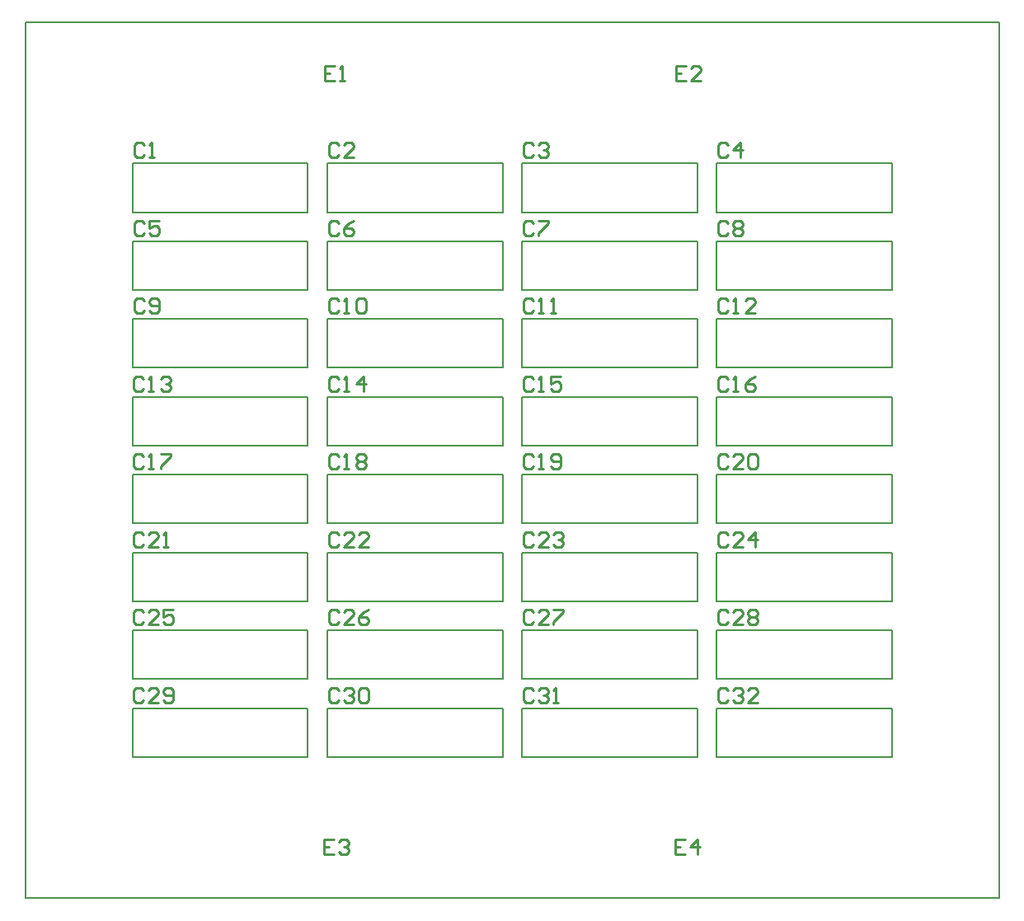
<source format=gto>
G04 Layer_Color=65535*
%FSLAX25Y25*%
%MOIN*%
G70*
G01*
G75*
%ADD11C,0.00787*%
%ADD19C,0.01000*%
D11*
X279528Y-100394D02*
X350394D01*
X279528Y-120079D02*
X350394D01*
X279528D02*
Y-100394D01*
X350394Y-120079D02*
Y-100394D01*
X200787D02*
X271654D01*
X200787Y-120079D02*
X271654D01*
X200787D02*
Y-100394D01*
X271654Y-120079D02*
Y-100394D01*
X122047D02*
X192913D01*
X122047Y-120079D02*
X192913D01*
X122047D02*
Y-100394D01*
X192913Y-120079D02*
Y-100394D01*
X43307D02*
X114173D01*
X43307Y-120079D02*
X114173D01*
X43307D02*
Y-100394D01*
X114173Y-120079D02*
Y-100394D01*
X279528Y-68898D02*
X350394D01*
X279528Y-88583D02*
X350394D01*
X279528D02*
Y-68898D01*
X350394Y-88583D02*
Y-68898D01*
X200787D02*
X271654D01*
X200787Y-88583D02*
X271654D01*
X200787D02*
Y-68898D01*
X271654Y-88583D02*
Y-68898D01*
X122047D02*
X192913D01*
X122047Y-88583D02*
X192913D01*
X122047D02*
Y-68898D01*
X192913Y-88583D02*
Y-68898D01*
X43307D02*
X114173D01*
X43307Y-88583D02*
X114173D01*
X43307D02*
Y-68898D01*
X114173Y-88583D02*
Y-68898D01*
X279528Y-37402D02*
X350394D01*
X279528Y-57087D02*
X350394D01*
X279528D02*
Y-37402D01*
X350394Y-57087D02*
Y-37402D01*
X200787D02*
X271654D01*
X200787Y-57087D02*
X271654D01*
X200787D02*
Y-37402D01*
X271654Y-57087D02*
Y-37402D01*
X122047D02*
X192913D01*
X122047Y-57087D02*
X192913D01*
X122047D02*
Y-37402D01*
X192913Y-57087D02*
Y-37402D01*
X43307D02*
X114173D01*
X43307Y-57087D02*
X114173D01*
X43307D02*
Y-37402D01*
X114173Y-57087D02*
Y-37402D01*
X279528Y-5906D02*
X350394D01*
X279528Y-25591D02*
X350394D01*
X279528D02*
Y-5906D01*
X350394Y-25591D02*
Y-5906D01*
X200787Y-5906D02*
X271654D01*
X200787Y-25591D02*
X271654D01*
X200787D02*
Y-5906D01*
X271654Y-25591D02*
Y-5906D01*
X122047D02*
X192913D01*
X122047Y-25591D02*
X192913D01*
X122047D02*
Y-5906D01*
X192913Y-25591D02*
Y-5906D01*
X43307Y-5906D02*
X114173D01*
X43307Y-25591D02*
X114173D01*
X43307D02*
Y-5906D01*
X114173Y-25591D02*
Y-5906D01*
X279528Y25591D02*
X350394D01*
X279528Y5906D02*
X350394D01*
X279528D02*
Y25591D01*
X350394Y5906D02*
Y25591D01*
X200787D02*
X271654D01*
X200787Y5906D02*
X271654D01*
X200787D02*
Y25591D01*
X271654Y5906D02*
Y25591D01*
X122047D02*
X192913D01*
X122047Y5906D02*
X192913D01*
X122047D02*
Y25591D01*
X192913Y5906D02*
Y25591D01*
X43307D02*
X114173D01*
X43307Y5906D02*
X114173D01*
X43307D02*
Y25591D01*
X114173Y5906D02*
Y25591D01*
X279528Y57087D02*
X350394D01*
X279528Y37402D02*
X350394D01*
X279528D02*
Y57087D01*
X350394Y37402D02*
Y57087D01*
X200787D02*
X271654D01*
X200787Y37402D02*
X271654D01*
X200787D02*
Y57087D01*
X271654Y37402D02*
Y57087D01*
X122047D02*
X192913D01*
X122047Y37402D02*
X192913D01*
X122047D02*
Y57087D01*
X192913Y37402D02*
Y57087D01*
X43307D02*
X114173D01*
X43307Y37402D02*
X114173D01*
X43307D02*
Y57087D01*
X114173Y37402D02*
Y57087D01*
X279528Y88583D02*
X350394D01*
X279528Y68898D02*
X350394D01*
X279528D02*
Y88583D01*
X350394Y68898D02*
Y88583D01*
X200787D02*
X271654D01*
X200787Y68898D02*
X271654D01*
X200787D02*
Y88583D01*
X271654Y68898D02*
Y88583D01*
X122047D02*
X192913D01*
X122047Y68898D02*
X192913D01*
X122047D02*
Y88583D01*
X192913Y68898D02*
Y88583D01*
X43307D02*
X114173D01*
X43307Y68898D02*
X114173D01*
X43307D02*
Y88583D01*
X114173Y68898D02*
Y88583D01*
X279528Y120079D02*
X350394D01*
X279528Y100394D02*
X350394D01*
X279528D02*
Y120079D01*
X350394Y100394D02*
Y120079D01*
X200787D02*
X271654D01*
X200787Y100394D02*
X271654D01*
X200787D02*
Y120079D01*
X271654Y100394D02*
Y120079D01*
X122047D02*
X192913D01*
X122047Y100394D02*
X192913D01*
X122047D02*
Y120079D01*
X192913Y100394D02*
Y120079D01*
X43307Y120079D02*
X114173D01*
X43307Y100394D02*
X114173D01*
X43307D02*
Y120079D01*
X114173Y100394D02*
Y120079D01*
X0Y-177165D02*
X393701D01*
X0D02*
Y177165D01*
X393701Y-177165D02*
Y177165D01*
X0D02*
X393701D01*
D19*
X125062Y159541D02*
X121063D01*
Y153543D01*
X125062D01*
X121063Y156542D02*
X123062D01*
X127061Y153543D02*
X129060D01*
X128061D01*
Y159541D01*
X127061Y158542D01*
X266794Y-153451D02*
X262795D01*
Y-159449D01*
X266794D01*
X262795Y-156450D02*
X264795D01*
X271792Y-159449D02*
Y-153451D01*
X268793Y-156450D01*
X272792D01*
X266911Y159519D02*
X262912D01*
Y153521D01*
X266911D01*
X262912Y156520D02*
X264911D01*
X272909Y153521D02*
X268910D01*
X272909Y157520D01*
Y158520D01*
X271909Y159519D01*
X269910D01*
X268910Y158520D01*
X124811Y-153481D02*
X120812D01*
Y-159479D01*
X124811D01*
X120812Y-156480D02*
X122811D01*
X126810Y-154480D02*
X127810Y-153481D01*
X129809D01*
X130809Y-154480D01*
Y-155480D01*
X129809Y-156480D01*
X128809D01*
X129809D01*
X130809Y-157479D01*
Y-158479D01*
X129809Y-159479D01*
X127810D01*
X126810Y-158479D01*
X47910Y127450D02*
X46911Y128450D01*
X44912D01*
X43912Y127450D01*
Y123452D01*
X44912Y122452D01*
X46911D01*
X47910Y123452D01*
X49910Y122452D02*
X51909D01*
X50910D01*
Y128450D01*
X49910Y127450D01*
X126614Y127461D02*
X125615Y128461D01*
X123615D01*
X122616Y127461D01*
Y123463D01*
X123615Y122463D01*
X125615D01*
X126614Y123463D01*
X132613Y122463D02*
X128614D01*
X132613Y126462D01*
Y127461D01*
X131613Y128461D01*
X129613D01*
X128614Y127461D01*
X205336D02*
X204337Y128461D01*
X202338D01*
X201338Y127461D01*
Y123463D01*
X202338Y122463D01*
X204337D01*
X205336Y123463D01*
X207336Y127461D02*
X208335Y128461D01*
X210335D01*
X211335Y127461D01*
Y126462D01*
X210335Y125462D01*
X209335D01*
X210335D01*
X211335Y124462D01*
Y123463D01*
X210335Y122463D01*
X208335D01*
X207336Y123463D01*
X284140Y127532D02*
X283141Y128532D01*
X281141D01*
X280142Y127532D01*
Y123534D01*
X281141Y122534D01*
X283141D01*
X284140Y123534D01*
X289139Y122534D02*
Y128532D01*
X286140Y125533D01*
X290139D01*
X47922Y95961D02*
X46922Y96961D01*
X44923D01*
X43923Y95961D01*
Y91963D01*
X44923Y90963D01*
X46922D01*
X47922Y91963D01*
X53920Y96961D02*
X49921D01*
Y93962D01*
X51920Y94962D01*
X52920D01*
X53920Y93962D01*
Y91963D01*
X52920Y90963D01*
X50921D01*
X49921Y91963D01*
X126611Y95976D02*
X125611Y96976D01*
X123611D01*
X122612Y95976D01*
Y91978D01*
X123611Y90978D01*
X125611D01*
X126611Y91978D01*
X132609Y96976D02*
X130609Y95976D01*
X128610Y93977D01*
Y91978D01*
X129610Y90978D01*
X131609D01*
X132609Y91978D01*
Y92977D01*
X131609Y93977D01*
X128610D01*
X205347Y95950D02*
X204348Y96950D01*
X202348D01*
X201349Y95950D01*
Y91952D01*
X202348Y90952D01*
X204348D01*
X205347Y91952D01*
X207347Y96950D02*
X211346D01*
Y95950D01*
X207347Y91952D01*
Y90952D01*
X284085Y96009D02*
X283085Y97009D01*
X281085D01*
X280086Y96009D01*
Y92011D01*
X281085Y91011D01*
X283085D01*
X284085Y92011D01*
X286084Y96009D02*
X287084Y97009D01*
X289083D01*
X290083Y96009D01*
Y95010D01*
X289083Y94010D01*
X290083Y93010D01*
Y92011D01*
X289083Y91011D01*
X287084D01*
X286084Y92011D01*
Y93010D01*
X287084Y94010D01*
X286084Y95010D01*
Y96009D01*
X287084Y94010D02*
X289083D01*
X47922Y64513D02*
X46922Y65513D01*
X44923D01*
X43923Y64513D01*
Y60515D01*
X44923Y59515D01*
X46922D01*
X47922Y60515D01*
X49921D02*
X50921Y59515D01*
X52920D01*
X53920Y60515D01*
Y64513D01*
X52920Y65513D01*
X50921D01*
X49921Y64513D01*
Y63514D01*
X50921Y62514D01*
X53920D01*
X126644Y64509D02*
X125645Y65509D01*
X123645D01*
X122646Y64509D01*
Y60511D01*
X123645Y59511D01*
X125645D01*
X126644Y60511D01*
X128644Y59511D02*
X130643D01*
X129643D01*
Y65509D01*
X128644Y64509D01*
X133642D02*
X134642Y65509D01*
X136641D01*
X137641Y64509D01*
Y60511D01*
X136641Y59511D01*
X134642D01*
X133642Y60511D01*
Y64509D01*
X205377Y64535D02*
X204378Y65535D01*
X202378D01*
X201379Y64535D01*
Y60537D01*
X202378Y59537D01*
X204378D01*
X205377Y60537D01*
X207377Y59537D02*
X209376D01*
X208377D01*
Y65535D01*
X207377Y64535D01*
X212375Y59537D02*
X214374D01*
X213375D01*
Y65535D01*
X212375Y64535D01*
X284088Y64472D02*
X283089Y65472D01*
X281089D01*
X280090Y64472D01*
Y60474D01*
X281089Y59474D01*
X283089D01*
X284088Y60474D01*
X286088Y59474D02*
X288087D01*
X287087D01*
Y65472D01*
X286088Y64472D01*
X295085Y59474D02*
X291086D01*
X295085Y63473D01*
Y64472D01*
X294085Y65472D01*
X292086D01*
X291086Y64472D01*
X47897Y33042D02*
X46898Y34042D01*
X44898D01*
X43898Y33042D01*
Y29044D01*
X44898Y28044D01*
X46898D01*
X47897Y29044D01*
X49896Y28044D02*
X51896D01*
X50896D01*
Y34042D01*
X49896Y33042D01*
X54895D02*
X55895Y34042D01*
X57894D01*
X58894Y33042D01*
Y32043D01*
X57894Y31043D01*
X56894D01*
X57894D01*
X58894Y30044D01*
Y29044D01*
X57894Y28044D01*
X55895D01*
X54895Y29044D01*
X126666Y33042D02*
X125666Y34042D01*
X123667D01*
X122667Y33042D01*
Y29044D01*
X123667Y28044D01*
X125666D01*
X126666Y29044D01*
X128665Y28044D02*
X130664D01*
X129665D01*
Y34042D01*
X128665Y33042D01*
X136662Y28044D02*
Y34042D01*
X133663Y31043D01*
X137662D01*
X205336Y32950D02*
X204337Y33950D01*
X202338D01*
X201338Y32950D01*
Y28952D01*
X202338Y27952D01*
X204337D01*
X205336Y28952D01*
X207336Y27952D02*
X209335D01*
X208335D01*
Y33950D01*
X207336Y32950D01*
X216333Y33950D02*
X212334D01*
Y30951D01*
X214334Y31951D01*
X215333D01*
X216333Y30951D01*
Y28952D01*
X215333Y27952D01*
X213334D01*
X212334Y28952D01*
X284096Y32998D02*
X283096Y33998D01*
X281097D01*
X280097Y32998D01*
Y29000D01*
X281097Y28000D01*
X283096D01*
X284096Y29000D01*
X286095Y28000D02*
X288094D01*
X287095D01*
Y33998D01*
X286095Y32998D01*
X295092Y33998D02*
X293093Y32998D01*
X291093Y30999D01*
Y29000D01*
X292093Y28000D01*
X294092D01*
X295092Y29000D01*
Y29999D01*
X294092Y30999D01*
X291093D01*
X47905Y1510D02*
X46905Y2510D01*
X44906D01*
X43906Y1510D01*
Y-2489D01*
X44906Y-3488D01*
X46905D01*
X47905Y-2489D01*
X49904Y-3488D02*
X51904D01*
X50904D01*
Y2510D01*
X49904Y1510D01*
X54903Y2510D02*
X58901D01*
Y1510D01*
X54903Y-2489D01*
Y-3488D01*
X126642Y1510D02*
X125642Y2510D01*
X123643D01*
X122643Y1510D01*
Y-2489D01*
X123643Y-3488D01*
X125642D01*
X126642Y-2489D01*
X128641Y-3488D02*
X130641D01*
X129641D01*
Y2510D01*
X128641Y1510D01*
X133640D02*
X134639Y2510D01*
X136639D01*
X137638Y1510D01*
Y510D01*
X136639Y-489D01*
X137638Y-1489D01*
Y-2489D01*
X136639Y-3488D01*
X134639D01*
X133640Y-2489D01*
Y-1489D01*
X134639Y-489D01*
X133640Y510D01*
Y1510D01*
X134639Y-489D02*
X136639D01*
X205379Y1510D02*
X204379Y2510D01*
X202380D01*
X201380Y1510D01*
Y-2489D01*
X202380Y-3488D01*
X204379D01*
X205379Y-2489D01*
X207378Y-3488D02*
X209378D01*
X208378D01*
Y2510D01*
X207378Y1510D01*
X212377Y-2489D02*
X213376Y-3488D01*
X215376D01*
X216375Y-2489D01*
Y1510D01*
X215376Y2510D01*
X213376D01*
X212377Y1510D01*
Y510D01*
X213376Y-489D01*
X216375D01*
X284116Y1510D02*
X283116Y2510D01*
X281117D01*
X280117Y1510D01*
Y-2489D01*
X281117Y-3488D01*
X283116D01*
X284116Y-2489D01*
X290114Y-3488D02*
X286115D01*
X290114Y511D01*
Y1510D01*
X289114Y2510D01*
X287115D01*
X286115Y1510D01*
X292113D02*
X293113Y2510D01*
X295112D01*
X296112Y1510D01*
Y-2489D01*
X295112Y-3488D01*
X293113D01*
X292113Y-2489D01*
Y1510D01*
X47905Y-29964D02*
X46905Y-28964D01*
X44906D01*
X43906Y-29964D01*
Y-33963D01*
X44906Y-34962D01*
X46905D01*
X47905Y-33963D01*
X53903Y-34962D02*
X49904D01*
X53903Y-30964D01*
Y-29964D01*
X52903Y-28964D01*
X50904D01*
X49904Y-29964D01*
X55902Y-34962D02*
X57902D01*
X56902D01*
Y-28964D01*
X55902Y-29964D01*
X126642D02*
X125642Y-28964D01*
X123643D01*
X122643Y-29964D01*
Y-33963D01*
X123643Y-34962D01*
X125642D01*
X126642Y-33963D01*
X132640Y-34962D02*
X128641D01*
X132640Y-30964D01*
Y-29964D01*
X131640Y-28964D01*
X129641D01*
X128641Y-29964D01*
X138638Y-34962D02*
X134639D01*
X138638Y-30964D01*
Y-29964D01*
X137638Y-28964D01*
X135639D01*
X134639Y-29964D01*
X205379D02*
X204379Y-28964D01*
X202380D01*
X201380Y-29964D01*
Y-33963D01*
X202380Y-34962D01*
X204379D01*
X205379Y-33963D01*
X211377Y-34962D02*
X207378D01*
X211377Y-30964D01*
Y-29964D01*
X210377Y-28964D01*
X208378D01*
X207378Y-29964D01*
X213376D02*
X214376Y-28964D01*
X216375D01*
X217375Y-29964D01*
Y-30964D01*
X216375Y-31963D01*
X215376D01*
X216375D01*
X217375Y-32963D01*
Y-33963D01*
X216375Y-34962D01*
X214376D01*
X213376Y-33963D01*
X284116Y-29964D02*
X283116Y-28964D01*
X281117D01*
X280117Y-29964D01*
Y-33963D01*
X281117Y-34962D01*
X283116D01*
X284116Y-33963D01*
X290114Y-34962D02*
X286115D01*
X290114Y-30964D01*
Y-29964D01*
X289114Y-28964D01*
X287115D01*
X286115Y-29964D01*
X295112Y-34962D02*
Y-28964D01*
X292113Y-31963D01*
X296112D01*
X47905Y-61538D02*
X46905Y-60538D01*
X44906D01*
X43906Y-61538D01*
Y-65536D01*
X44906Y-66536D01*
X46905D01*
X47905Y-65536D01*
X53903Y-66536D02*
X49904D01*
X53903Y-62537D01*
Y-61538D01*
X52903Y-60538D01*
X50904D01*
X49904Y-61538D01*
X59901Y-60538D02*
X55902D01*
Y-63537D01*
X57902Y-62537D01*
X58901D01*
X59901Y-63537D01*
Y-65536D01*
X58901Y-66536D01*
X56902D01*
X55902Y-65536D01*
X126642Y-61538D02*
X125642Y-60538D01*
X123643D01*
X122643Y-61538D01*
Y-65536D01*
X123643Y-66536D01*
X125642D01*
X126642Y-65536D01*
X132640Y-66536D02*
X128641D01*
X132640Y-62537D01*
Y-61538D01*
X131640Y-60538D01*
X129641D01*
X128641Y-61538D01*
X138638Y-60538D02*
X136639Y-61538D01*
X134639Y-63537D01*
Y-65536D01*
X135639Y-66536D01*
X137638D01*
X138638Y-65536D01*
Y-64537D01*
X137638Y-63537D01*
X134639D01*
X205379Y-61538D02*
X204379Y-60538D01*
X202380D01*
X201380Y-61538D01*
Y-65536D01*
X202380Y-66536D01*
X204379D01*
X205379Y-65536D01*
X211377Y-66536D02*
X207378D01*
X211377Y-62537D01*
Y-61538D01*
X210377Y-60538D01*
X208378D01*
X207378Y-61538D01*
X213376Y-60538D02*
X217375D01*
Y-61538D01*
X213376Y-65536D01*
Y-66536D01*
X284116Y-61538D02*
X283116Y-60538D01*
X281117D01*
X280117Y-61538D01*
Y-65536D01*
X281117Y-66536D01*
X283116D01*
X284116Y-65536D01*
X290114Y-66536D02*
X286115D01*
X290114Y-62537D01*
Y-61538D01*
X289114Y-60538D01*
X287115D01*
X286115Y-61538D01*
X292113D02*
X293113Y-60538D01*
X295112D01*
X296112Y-61538D01*
Y-62537D01*
X295112Y-63537D01*
X296112Y-64537D01*
Y-65536D01*
X295112Y-66536D01*
X293113D01*
X292113Y-65536D01*
Y-64537D01*
X293113Y-63537D01*
X292113Y-62537D01*
Y-61538D01*
X293113Y-63537D02*
X295112D01*
X47905Y-93012D02*
X46905Y-92012D01*
X44906D01*
X43906Y-93012D01*
Y-97011D01*
X44906Y-98010D01*
X46905D01*
X47905Y-97011D01*
X53903Y-98010D02*
X49904D01*
X53903Y-94011D01*
Y-93012D01*
X52903Y-92012D01*
X50904D01*
X49904Y-93012D01*
X55902Y-97011D02*
X56902Y-98010D01*
X58901D01*
X59901Y-97011D01*
Y-93012D01*
X58901Y-92012D01*
X56902D01*
X55902Y-93012D01*
Y-94011D01*
X56902Y-95011D01*
X59901D01*
X126642Y-93012D02*
X125642Y-92012D01*
X123643D01*
X122643Y-93012D01*
Y-97011D01*
X123643Y-98010D01*
X125642D01*
X126642Y-97011D01*
X128641Y-93012D02*
X129641Y-92012D01*
X131640D01*
X132640Y-93012D01*
Y-94011D01*
X131640Y-95011D01*
X130641D01*
X131640D01*
X132640Y-96011D01*
Y-97011D01*
X131640Y-98010D01*
X129641D01*
X128641Y-97011D01*
X134639Y-93012D02*
X135639Y-92012D01*
X137638D01*
X138638Y-93012D01*
Y-97011D01*
X137638Y-98010D01*
X135639D01*
X134639Y-97011D01*
Y-93012D01*
X205379D02*
X204379Y-92012D01*
X202380D01*
X201380Y-93012D01*
Y-97011D01*
X202380Y-98010D01*
X204379D01*
X205379Y-97011D01*
X207378Y-93012D02*
X208378Y-92012D01*
X210377D01*
X211377Y-93012D01*
Y-94011D01*
X210377Y-95011D01*
X209378D01*
X210377D01*
X211377Y-96011D01*
Y-97011D01*
X210377Y-98010D01*
X208378D01*
X207378Y-97011D01*
X213376Y-98010D02*
X215376D01*
X214376D01*
Y-92012D01*
X213376Y-93012D01*
X284116D02*
X283116Y-92012D01*
X281117D01*
X280117Y-93012D01*
Y-97011D01*
X281117Y-98010D01*
X283116D01*
X284116Y-97011D01*
X286115Y-93012D02*
X287115Y-92012D01*
X289114D01*
X290114Y-93012D01*
Y-94011D01*
X289114Y-95011D01*
X288115D01*
X289114D01*
X290114Y-96011D01*
Y-97011D01*
X289114Y-98010D01*
X287115D01*
X286115Y-97011D01*
X296112Y-98010D02*
X292113D01*
X296112Y-94011D01*
Y-93012D01*
X295112Y-92012D01*
X293113D01*
X292113Y-93012D01*
M02*

</source>
